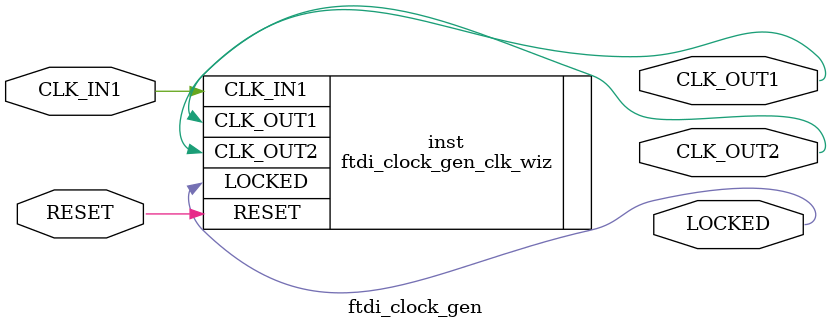
<source format=v>


`timescale 1ps/1ps

(* CORE_GENERATION_INFO = "ftdi_clock_gen,clk_wiz_v5_3_3_0,{component_name=ftdi_clock_gen,use_phase_alignment=true,use_min_o_jitter=false,use_max_i_jitter=false,use_dyn_phase_shift=false,use_inclk_switchover=false,use_dyn_reconfig=false,enable_axi=0,feedback_source=FDBK_AUTO,PRIMITIVE=MMCM,num_out_clk=2,clkin1_period=16.667,clkin2_period=10.0,use_power_down=false,use_reset=true,use_locked=true,use_inclk_stopped=false,feedback_type=SINGLE,CLOCK_MGR_TYPE=NA,manual_override=false}" *)

module ftdi_clock_gen 
 (
  // Clock out ports
  output        CLK_OUT1,
  output        CLK_OUT2,
  // Status and control signals
  input         RESET,
  output        LOCKED,
 // Clock in ports
  input         CLK_IN1
 );

  ftdi_clock_gen_clk_wiz inst
  (
  // Clock out ports  
  .CLK_OUT1(CLK_OUT1),
  .CLK_OUT2(CLK_OUT2),
  // Status and control signals               
  .RESET(RESET), 
  .LOCKED(LOCKED),
 // Clock in ports
  .CLK_IN1(CLK_IN1)
  );

endmodule

</source>
